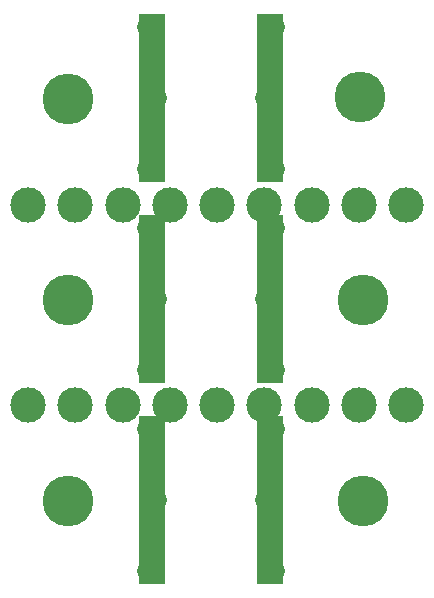
<source format=gts>
G75*
%MOIN*%
%OFA0B0*%
%FSLAX25Y25*%
%IPPOS*%
%LPD*%
%AMOC8*
5,1,8,0,0,1.08239X$1,22.5*
%
%ADD10C,0.16942*%
%ADD11R,0.08800X0.55918*%
%ADD12C,0.05950*%
%ADD13C,0.11824*%
D10*
X0028189Y0032142D03*
X0028189Y0099071D03*
X0028189Y0166000D03*
X0125591Y0166709D03*
X0126614Y0099071D03*
X0126614Y0032142D03*
D11*
X0095709Y0032496D03*
X0056339Y0032496D03*
X0056339Y0099425D03*
X0095709Y0099425D03*
X0095709Y0166354D03*
X0056339Y0166354D03*
D12*
X0058307Y0166354D03*
X0054370Y0142732D03*
X0054370Y0123047D03*
X0058307Y0099425D03*
X0054370Y0075803D03*
X0054370Y0056118D03*
X0058307Y0032496D03*
X0054370Y0008874D03*
X0093740Y0032496D03*
X0097677Y0008874D03*
X0097677Y0056118D03*
X0097677Y0075803D03*
X0093740Y0099425D03*
X0097677Y0123047D03*
X0097677Y0142732D03*
X0093740Y0166354D03*
X0097677Y0189976D03*
X0054370Y0189976D03*
D13*
X0046496Y0130921D03*
X0030748Y0130921D03*
X0015000Y0130921D03*
X0062244Y0130921D03*
X0077992Y0130921D03*
X0093740Y0130921D03*
X0109488Y0130921D03*
X0125236Y0130921D03*
X0140984Y0130921D03*
X0140984Y0063992D03*
X0125236Y0063992D03*
X0109488Y0063992D03*
X0093740Y0063992D03*
X0077992Y0063992D03*
X0062244Y0063992D03*
X0046496Y0063992D03*
X0030748Y0063992D03*
X0015000Y0063992D03*
M02*

</source>
